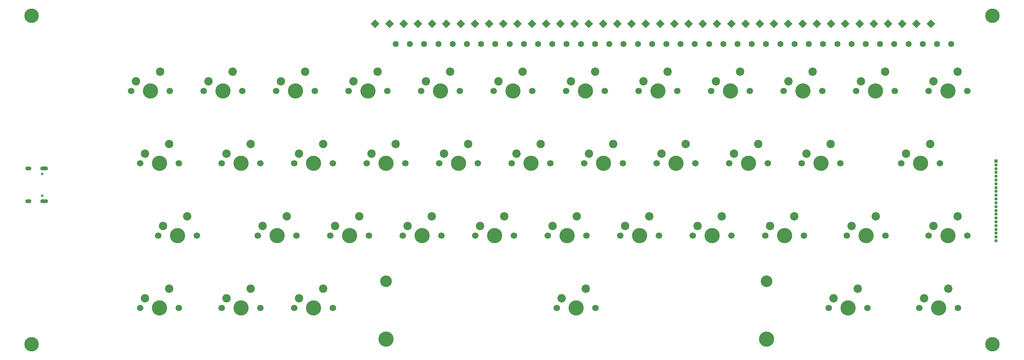
<source format=gbs>
G04 #@! TF.GenerationSoftware,KiCad,Pcbnew,(6.0.4)*
G04 #@! TF.CreationDate,2022-06-01T02:41:54-07:00*
G04 #@! TF.ProjectId,ditto,64697474-6f2e-46b6-9963-61645f706362,rev?*
G04 #@! TF.SameCoordinates,Original*
G04 #@! TF.FileFunction,Soldermask,Bot*
G04 #@! TF.FilePolarity,Negative*
%FSLAX46Y46*%
G04 Gerber Fmt 4.6, Leading zero omitted, Abs format (unit mm)*
G04 Created by KiCad (PCBNEW (6.0.4)) date 2022-06-01 02:41:54*
%MOMM*%
%LPD*%
G01*
G04 APERTURE LIST*
G04 Aperture macros list*
%AMHorizOval*
0 Thick line with rounded ends*
0 $1 width*
0 $2 $3 position (X,Y) of the first rounded end (center of the circle)*
0 $4 $5 position (X,Y) of the second rounded end (center of the circle)*
0 Add line between two ends*
20,1,$1,$2,$3,$4,$5,0*
0 Add two circle primitives to create the rounded ends*
1,1,$1,$2,$3*
1,1,$1,$4,$5*%
%AMRotRect*
0 Rectangle, with rotation*
0 The origin of the aperture is its center*
0 $1 length*
0 $2 width*
0 $3 Rotation angle, in degrees counterclockwise*
0 Add horizontal line*
21,1,$1,$2,0,0,$3*%
G04 Aperture macros list end*
%ADD10C,4.000000*%
%ADD11C,1.700000*%
%ADD12C,2.200000*%
%ADD13RotRect,1.600000X1.600000X315.000000*%
%ADD14HorizOval,1.600000X0.000000X0.000000X0.000000X0.000000X0*%
%ADD15C,3.050000*%
%ADD16R,0.850000X0.850000*%
%ADD17O,0.850000X0.850000*%
%ADD18C,3.800000*%
%ADD19C,0.650000*%
%ADD20O,1.600000X1.000000*%
%ADD21O,2.100000X1.000000*%
G04 APERTURE END LIST*
D10*
X217410000Y-159080000D03*
D11*
X222490000Y-159080000D03*
X212330000Y-159080000D03*
D12*
X219950000Y-154000000D03*
X213600000Y-156540000D03*
D11*
X203440000Y-159080000D03*
X193280000Y-159080000D03*
D10*
X198360000Y-159080000D03*
D12*
X200900000Y-154000000D03*
X194550000Y-156540000D03*
D11*
X226617500Y-140030000D03*
X236777500Y-140030000D03*
D10*
X231697500Y-140030000D03*
D12*
X234237500Y-134950000D03*
X227887500Y-137490000D03*
D13*
X206750216Y-122305924D03*
D14*
X212138370Y-127694078D03*
D11*
X243286250Y-197180000D03*
D10*
X298366250Y-205420000D03*
X198366250Y-205420000D03*
D11*
X253446250Y-197180000D03*
D10*
X248366250Y-197180000D03*
D15*
X298366250Y-190180000D03*
X198366250Y-190180000D03*
D12*
X250906250Y-192100000D03*
X244556250Y-194640000D03*
D13*
X330279125Y-122305924D03*
D14*
X335667279Y-127694078D03*
D13*
X199263616Y-122305924D03*
D14*
X204651770Y-127694078D03*
D13*
X315305924Y-122305924D03*
D14*
X320694078Y-127694078D03*
D13*
X334022425Y-122305924D03*
D14*
X339410579Y-127694078D03*
D11*
X207567500Y-140030000D03*
X217727500Y-140030000D03*
D10*
X212647500Y-140030000D03*
D12*
X215187500Y-134950000D03*
X208837500Y-137490000D03*
D11*
X241540000Y-159080000D03*
X231380000Y-159080000D03*
D10*
X236460000Y-159080000D03*
D12*
X239000000Y-154000000D03*
X232650000Y-156540000D03*
D11*
X340917500Y-140030000D03*
D10*
X345997500Y-140030000D03*
D11*
X351077500Y-140030000D03*
D12*
X348537500Y-134950000D03*
X342187500Y-137490000D03*
D11*
X321867500Y-140030000D03*
X332027500Y-140030000D03*
D10*
X326947500Y-140030000D03*
D12*
X329487500Y-134950000D03*
X323137500Y-137490000D03*
D13*
X292846122Y-122305924D03*
D14*
X298234276Y-127694078D03*
D13*
X262899720Y-122305924D03*
D14*
X268287874Y-127694078D03*
D13*
X337765725Y-122305924D03*
D14*
X343153879Y-127694078D03*
D13*
X326535825Y-122305924D03*
D14*
X331923979Y-127694078D03*
D13*
X277872921Y-122305924D03*
D14*
X283261075Y-127694078D03*
D13*
X341509026Y-122305924D03*
D14*
X346897180Y-127694078D03*
D13*
X229210018Y-122305924D03*
D14*
X234598172Y-127694078D03*
D10*
X160260000Y-197180000D03*
D11*
X155180000Y-197180000D03*
X165340000Y-197180000D03*
D12*
X162800000Y-192100000D03*
X156450000Y-194640000D03*
D13*
X266643020Y-122305924D03*
D14*
X272031174Y-127694078D03*
D10*
X138828750Y-159080000D03*
D11*
X133748750Y-159080000D03*
X143908750Y-159080000D03*
D12*
X141368750Y-154000000D03*
X135018750Y-156540000D03*
D16*
X358625000Y-158500000D03*
D17*
X358625000Y-159500000D03*
X358625000Y-160500000D03*
X358625000Y-161500000D03*
X358625000Y-162500000D03*
X358625000Y-163500000D03*
X358625000Y-164500000D03*
X358625000Y-165500000D03*
X358625000Y-166500000D03*
X358625000Y-167500000D03*
X358625000Y-168500000D03*
X358625000Y-169500000D03*
X358625000Y-170500000D03*
X358625000Y-171500000D03*
X358625000Y-172500000D03*
X358625000Y-173500000D03*
X358625000Y-174500000D03*
X358625000Y-175500000D03*
X358625000Y-176500000D03*
X358625000Y-177500000D03*
X358625000Y-178500000D03*
X358625000Y-179500000D03*
D13*
X307819323Y-122305924D03*
D14*
X313207477Y-127694078D03*
D13*
X251669819Y-122305924D03*
D14*
X257057973Y-127694078D03*
D11*
X212965000Y-178130000D03*
D10*
X207885000Y-178130000D03*
D11*
X202805000Y-178130000D03*
D12*
X210425000Y-173050000D03*
X204075000Y-175590000D03*
D13*
X217980117Y-122305924D03*
D14*
X223368271Y-127694078D03*
D13*
X232953318Y-122305924D03*
D14*
X238341472Y-127694078D03*
D11*
X308215000Y-178130000D03*
X298055000Y-178130000D03*
D10*
X303135000Y-178130000D03*
D12*
X305675000Y-173050000D03*
X299325000Y-175590000D03*
D13*
X322792524Y-122305924D03*
D14*
X328180678Y-127694078D03*
D13*
X203006916Y-122305924D03*
D14*
X208395070Y-127694078D03*
D11*
X279005000Y-178130000D03*
X289165000Y-178130000D03*
D10*
X284085000Y-178130000D03*
D12*
X286625000Y-173050000D03*
X280275000Y-175590000D03*
D11*
X333773750Y-159080000D03*
X343933750Y-159080000D03*
D10*
X338853750Y-159080000D03*
D12*
X341393750Y-154000000D03*
X335043750Y-156540000D03*
D13*
X285359522Y-122305924D03*
D14*
X290747676Y-127694078D03*
D13*
X247926519Y-122305924D03*
D14*
X253314673Y-127694078D03*
D11*
X255827500Y-140030000D03*
D10*
X250747500Y-140030000D03*
D11*
X245667500Y-140030000D03*
D12*
X253287500Y-134950000D03*
X246937500Y-137490000D03*
D10*
X138828750Y-197180000D03*
D11*
X133748750Y-197180000D03*
X143908750Y-197180000D03*
D12*
X141368750Y-192100000D03*
X135018750Y-194640000D03*
D10*
X345997500Y-178130000D03*
D11*
X340917500Y-178130000D03*
X351077500Y-178130000D03*
D12*
X348537500Y-173050000D03*
X342187500Y-175590000D03*
D11*
X198677500Y-140030000D03*
X188517500Y-140030000D03*
D10*
X193597500Y-140030000D03*
D12*
X196137500Y-134950000D03*
X189787500Y-137490000D03*
D13*
X304076023Y-122305924D03*
D14*
X309464177Y-127694078D03*
D10*
X155497500Y-140030000D03*
D11*
X160577500Y-140030000D03*
X150417500Y-140030000D03*
D12*
X158037500Y-134950000D03*
X151687500Y-137490000D03*
D11*
X307580000Y-159080000D03*
D10*
X312660000Y-159080000D03*
D11*
X317740000Y-159080000D03*
D12*
X315200000Y-154000000D03*
X308850000Y-156540000D03*
D13*
X214236817Y-122305924D03*
D14*
X219624971Y-127694078D03*
D13*
X281616221Y-122305924D03*
D14*
X287004375Y-127694078D03*
D11*
X165340000Y-159080000D03*
X155180000Y-159080000D03*
D10*
X160260000Y-159080000D03*
D12*
X162800000Y-154000000D03*
X156450000Y-156540000D03*
D13*
X296589422Y-122305924D03*
D14*
X301977576Y-127694078D03*
D13*
X240439918Y-122305924D03*
D14*
X245828072Y-127694078D03*
D18*
X357750000Y-206750000D03*
D13*
X236696618Y-122305924D03*
D14*
X242084772Y-127694078D03*
D10*
X324566250Y-178130000D03*
D11*
X319486250Y-178130000D03*
X329646250Y-178130000D03*
D12*
X327106250Y-173050000D03*
X320756250Y-175590000D03*
D13*
X270386321Y-122305924D03*
D14*
X275774475Y-127694078D03*
D10*
X293610000Y-159080000D03*
D11*
X288530000Y-159080000D03*
X298690000Y-159080000D03*
D12*
X296150000Y-154000000D03*
X289800000Y-156540000D03*
D11*
X348696250Y-197180000D03*
D10*
X343616250Y-197180000D03*
D11*
X338536250Y-197180000D03*
D12*
X346156250Y-192100000D03*
X339806250Y-194640000D03*
D11*
X232015000Y-178130000D03*
D10*
X226935000Y-178130000D03*
D11*
X221855000Y-178130000D03*
D12*
X229475000Y-173050000D03*
X223125000Y-175590000D03*
D11*
X251065000Y-178130000D03*
X240905000Y-178130000D03*
D10*
X245985000Y-178130000D03*
D12*
X248525000Y-173050000D03*
X242175000Y-175590000D03*
D13*
X274129621Y-122305924D03*
D14*
X279517775Y-127694078D03*
D13*
X300332723Y-122305924D03*
D14*
X305720877Y-127694078D03*
D11*
X314723750Y-197180000D03*
X324883750Y-197180000D03*
D10*
X319803750Y-197180000D03*
D12*
X322343750Y-192100000D03*
X315993750Y-194640000D03*
D11*
X174865000Y-178130000D03*
D10*
X169785000Y-178130000D03*
D11*
X164705000Y-178130000D03*
D12*
X172325000Y-173050000D03*
X165975000Y-175590000D03*
D13*
X289102822Y-122305924D03*
D14*
X294490976Y-127694078D03*
D11*
X264717500Y-140030000D03*
D10*
X269797500Y-140030000D03*
D11*
X274877500Y-140030000D03*
D12*
X272337500Y-134950000D03*
X265987500Y-137490000D03*
D13*
X195520315Y-122305924D03*
D14*
X200908469Y-127694078D03*
D11*
X138511250Y-178130000D03*
D10*
X143591250Y-178130000D03*
D11*
X148671250Y-178130000D03*
D12*
X146131250Y-173050000D03*
X139781250Y-175590000D03*
D13*
X210493516Y-122305924D03*
D14*
X215881670Y-127694078D03*
D10*
X188835000Y-178130000D03*
D11*
X183755000Y-178130000D03*
X193915000Y-178130000D03*
D12*
X191375000Y-173050000D03*
X185025000Y-175590000D03*
D13*
X311562623Y-122305924D03*
D14*
X316950777Y-127694078D03*
D10*
X274560000Y-159080000D03*
D11*
X279640000Y-159080000D03*
X269480000Y-159080000D03*
D12*
X277100000Y-154000000D03*
X270750000Y-156540000D03*
D11*
X259955000Y-178130000D03*
D10*
X265035000Y-178130000D03*
D11*
X270115000Y-178130000D03*
D12*
X267575000Y-173050000D03*
X261225000Y-175590000D03*
D13*
X319049224Y-122305924D03*
D14*
X324437378Y-127694078D03*
D11*
X179627500Y-140030000D03*
D10*
X174547500Y-140030000D03*
D11*
X169467500Y-140030000D03*
D12*
X177087500Y-134950000D03*
X170737500Y-137490000D03*
D13*
X259156420Y-122305924D03*
D14*
X264544574Y-127694078D03*
D11*
X283767500Y-140030000D03*
D10*
X288847500Y-140030000D03*
D11*
X293927500Y-140030000D03*
D12*
X291387500Y-134950000D03*
X285037500Y-137490000D03*
D11*
X250430000Y-159080000D03*
D10*
X255510000Y-159080000D03*
D11*
X260590000Y-159080000D03*
D12*
X258050000Y-154000000D03*
X251700000Y-156540000D03*
D13*
X255413120Y-122305924D03*
D14*
X260801274Y-127694078D03*
D13*
X221723417Y-122305924D03*
D14*
X227111571Y-127694078D03*
D11*
X184390000Y-159080000D03*
X174230000Y-159080000D03*
D10*
X179310000Y-159080000D03*
D12*
X181850000Y-154000000D03*
X175500000Y-156540000D03*
D13*
X244183219Y-122305924D03*
D14*
X249571373Y-127694078D03*
D11*
X174230000Y-197180000D03*
X184390000Y-197180000D03*
D10*
X179310000Y-197180000D03*
D12*
X181850000Y-192100000D03*
X175500000Y-194640000D03*
D10*
X136447500Y-140030000D03*
D11*
X131367500Y-140030000D03*
X141527500Y-140030000D03*
D12*
X138987500Y-134950000D03*
X132637500Y-137490000D03*
D11*
X312977500Y-140030000D03*
X302817500Y-140030000D03*
D10*
X307897500Y-140030000D03*
D12*
X310437500Y-134950000D03*
X304087500Y-137490000D03*
D13*
X225466717Y-122305924D03*
D14*
X230854871Y-127694078D03*
D18*
X357750000Y-120250000D03*
X105250000Y-206750000D03*
X105250000Y-120250000D03*
D19*
X108040000Y-167640000D03*
X108040000Y-161860000D03*
D20*
X104390000Y-160430000D03*
X104390000Y-169070000D03*
D21*
X108570000Y-169070000D03*
X108570000Y-160430000D03*
M02*

</source>
